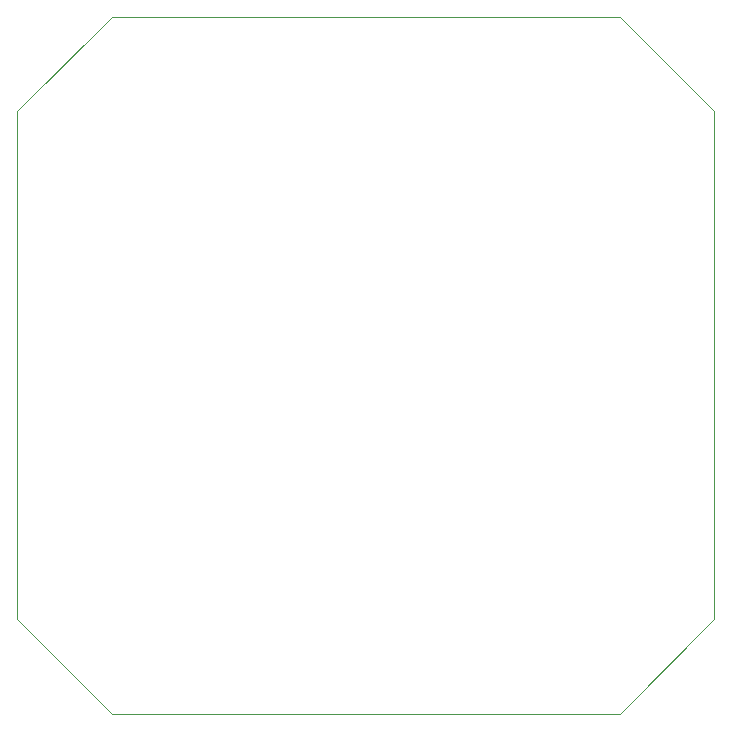
<source format=gbp>
G75*
G70*
%OFA0B0*%
%FSLAX24Y24*%
%IPPOS*%
%LPD*%
%AMOC8*
5,1,8,0,0,1.08239X$1,22.5*
%
%ADD10C,0.0000*%
D10*
X003294Y001045D02*
X000144Y004194D01*
X000144Y021124D01*
X003294Y024273D01*
X020223Y024273D01*
X023373Y021124D01*
X023373Y004194D01*
X020223Y001045D01*
X003294Y001045D01*
M02*

</source>
